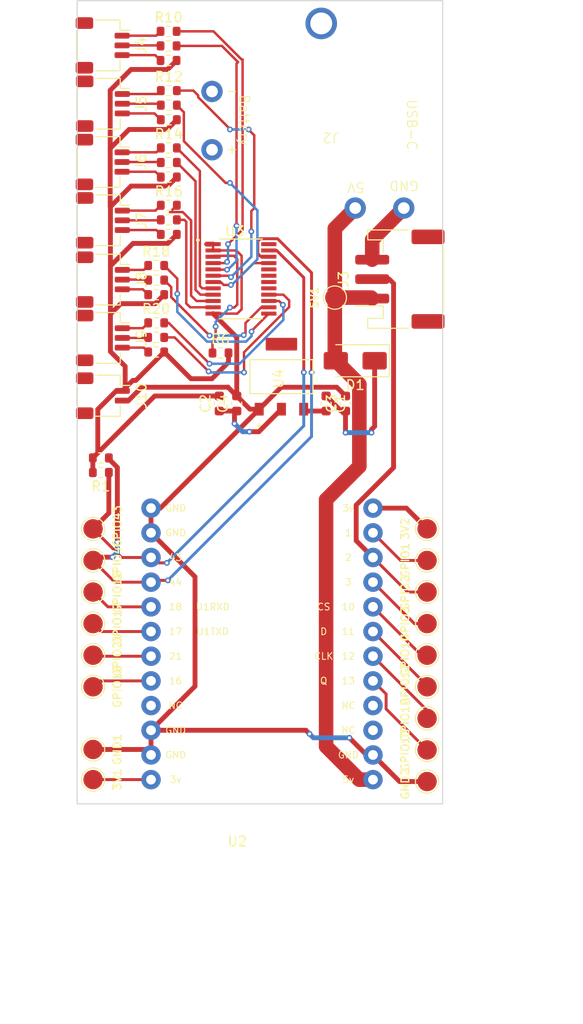
<source format=kicad_pcb>
(kicad_pcb (version 20240108) (generator "pcbnew") (generator_version "8.0")
  (layers (0 "F.Cu" signal) (31 "B.Cu" signal) (34 "B.Paste" user) (35 "F.Paste" user) (36 "B.SilkS" user "B.Silkscreen") (37 "F.SilkS" user "F.Silkscreen") (38 "B.Mask" user) (39 "F.Mask" user) (44 "Edge.Cuts" user))
  (net 0 "")
  (net 1 "Net-(U4-VIN)")
  (net 2 "Net-(D1-K)")
  (net 3 "Net-(U4-VOUT)")
  (net 4 "/+3.3V")
  (net 5 "/GND")
  (net 6 "/+5V")
  (net 7 "Net-(J4-Pin_1)")
  (net 8 "Net-(J4-Pin_2)")
  (net 9 "Net-(J4-Pin_3)")
  (net 10 "Net-(J5-Pin_1)")
  (net 11 "Net-(J5-Pin_2)")
  (net 12 "Net-(J6-Pin_2)")
  (net 13 "Net-(J6-Pin_3)")
  (net 14 "Net-(J6-Pin_1)")
  (net 15 "Net-(J7-Pin_1)")
  (net 16 "Net-(J7-Pin_2)")
  (net 17 "Net-(J8-Pin_3)")
  (net 18 "Net-(J8-Pin_1)")
  (net 19 "Net-(J8-Pin_2)")
  (net 20 "Net-(J9-Pin_2)")
  (net 21 "Net-(J9-Pin_1)")
  (net 22 "/SDA")
  (net 23 "/SCL")
  (net 24 "Net-(U2-10)")
  (net 25 "Net-(U3-SD0)")
  (net 26 "Net-(U3-SC0)")
  (net 27 "Net-(U3-SD1)")
  (net 28 "Net-(U3-SC1)")
  (net 29 "Net-(U3-SD2)")
  (net 30 "Net-(U3-SC2)")
  (net 31 "Net-(U3-SD3)")
  (net 32 "Net-(U3-SC3)")
  (net 33 "Net-(U3-SD4)")
  (net 34 "Net-(U3-SC4)")
  (net 35 "Net-(U3-SD5)")
  (net 36 "Net-(U3-SC5)")
  (net 37 "Net-(U2-1)")
  (net 38 "Net-(U2-3)")
  (net 39 "Net-(U2-18)")
  (net 40 "Net-(U2-17)")
  (net 41 "Net-(U2-21)")
  (net 42 "Net-(U2-16)")
  (net 50 "Net-(3V1-Pad1)")
  (net 51 "Net-(3V2-Pad1)")
  (net 52 "Net-(J3-Pin_2)")
  (footprint "Connector_JST:JST_SH_SM02B-SRSS-TB_1x02-1MP_P1.00mm_Horizontal" (layer "F.Cu") (at 138.3125 100.2 -90)
    (property "Reference" "J10")
    (property "Value" "Conn_01x02")
  )
  (footprint "TestPoint:TestPoint_Pad_D2.0mm" (layer "F.Cu") (at 137.3 117.15)
    (property "Reference" "GPIO44")
    (property "Value" "TestPoint")
  )
  (footprint "Resistor_SMD:R_0603_1608Metric" (layer "F.Cu") (at 145.1 82.1)
    (property "Reference" "R17" (hide yes))
    (property "Value" "100Ω")
  )
  (footprint "Resistor_SMD:R_0603_1608Metric" (layer "F.Cu") (at 145.075 64.2)
    (property "Reference" "R11" (hide yes))
    (property "Value" "100Ω")
  )
  (footprint "Resistor_SMD:R_0603_1608Metric" (layer "F.Cu") (at 145.1 76.2)
    (property "Reference" "R15" (hide yes))
    (property "Value" "100Ω")
  )
  (footprint "Capacitor_SMD:C_0603_1608Metric" (layer "F.Cu") (at 150.3 101 90)
    (property "Reference" "C2")
    (property "Value" "22µF")
  )
  (footprint "Connector_JST:JST_SH_SM03B-SRSS-TB_1x03-1MP_P1.00mm_Horizontal" (layer "F.Cu") (at 138.2875 64.15 -90)
    (property "Reference" "J4")
    (property "Value" "Conn_01x03")
  )
  (footprint "Resistor_SMD:R_0603_1608Metric" (layer "F.Cu") (at 138.1 106.6 180)
    (property "Reference" "R2" (hide yes))
    (property "Value" "4.7kΩ")
  )
  (footprint "TestPoint:TestPoint_Pad_D2.0mm" (layer "F.Cu") (at 137.3 139.7)
    (property "Reference" "3V1")
    (property "Value" "TestPoint")
  )
  (footprint "Resistor_SMD:R_0603_1608Metric" (layer "F.Cu") (at 143.8 88.3)
    (property "Reference" "R19" (hide yes))
    (property "Value" "100Ω")
  )
  (footprint "Resistor_SMD:R_0603_1608Metric" (layer "F.Cu") (at 145.075 65.7 180)
    (property "Reference" "R3" (hide yes))
    (property "Value" "10kΩ")
  )
  (footprint "Resistor_SMD:R_0603_1608Metric" (layer "F.Cu") (at 145.1 68.8)
    (property "Reference" "R12")
    (property "Value" "100Ω")
  )
  (footprint "TestPoint:TestPoint_Pad_D2.0mm" (layer "F.Cu") (at 171.7 120.4)
    (property "Reference" "GPIO2")
    (property "Value" "TestPoint")
  )
  (footprint "TestPoint:TestPoint_Pad_D2.0mm" (layer "F.Cu") (at 137.3 123.65)
    (property "Reference" "GPIO17")
    (property "Value" "TestPoint")
  )
  (footprint "Resistor_SMD:R_0603_1608Metric" (layer "F.Cu") (at 145.1 80.6)
    (property "Reference" "R16")
    (property "Value" "100Ω")
  )
  (footprint "Capacitor_SMD:C_0603_1608Metric" (layer "F.Cu") (at 161.3 101 -90)
    (property "Reference" "C1")
    (property "Value" "10µF")
  )
  (footprint "TestPoint:TestPoint_Pad_D2.0mm" (layer "F.Cu") (at 171.7 133.4)
    (property "Reference" "TPIO12")
    (property "Value" "TestPoint")
  )
  (footprint "Resistor_SMD:R_0603_1608Metric" (layer "F.Cu") (at 145.1 83.6 180)
    (property "Reference" "R7" (hide yes))
    (property "Value" "10kΩ")
  )
  (footprint "Library:T-Display-S3" (layer "F.Cu") (at 166.130932 144.785)
    (property "Reference" "U2")
    (property "Value" "T-Display-S3")
  )
  (footprint "Connector_JST:JST_SH_SM03B-SRSS-TB_1x03-1MP_P1.00mm_Horizontal" (layer "F.Cu") (at 138.2875 76.15 -90)
    (property "Reference" "J6")
    (property "Value" "Conn_01x03")
  )
  (footprint "Resistor_SMD:R_0603_1608Metric" (layer "F.Cu") (at 143.8 94.2)
    (property "Reference" "R21" (hide yes))
    (property "Value" "100Ω")
  )
  (footprint "Resistor_SMD:R_0603_1608Metric" (layer "F.Cu") (at 145.1 71.8 180)
    (property "Reference" "R4" (hide yes))
    (property "Value" "10kΩ")
  )
  (footprint "Resistor_SMD:R_0603_1608Metric" (layer "F.Cu") (at 145.1 77.7 180)
    (property "Reference" "R5" (hide yes))
    (property "Value" "10kΩ")
  )
  (footprint "Resistor_SMD:R_0603_1608Metric" (layer "F.Cu") (at 138.1 108.1 180)
    (property "Reference" "R1")
    (property "Value" "4.7kΩ")
  )
  (footprint "TestPoint:TestPoint_Pad_D2.0mm" (layer "F.Cu") (at 137.3 136.6)
    (property "Reference" "GND1")
    (property "Value" "TestPoint")
  )
  (footprint "TestPoint:TestPoint_Pad_D2.0mm" (layer "F.Cu") (at 171.7 117.15)
    (property "Reference" "GPIO1")
    (property "Value" "TestPoint")
  )
  (footprint "Diode_SMD:D_SMA" (layer "F.Cu") (at 164.3 96.6 180)
    (property "Reference" "D1")
    (property "Value" "D_Schottky")
  )
  (footprint "TestPoint:TestPoint_Pad_D2.0mm" (layer "F.Cu") (at 162.2 90.1)
    (property "Reference" "5V1")
    (property "Value" "TestPoint")
  )
  (footprint "Connector_JST:JST_SH_SM03B-SRSS-TB_1x03-1MP_P1.00mm_Horizontal" (layer "F.Cu") (at 138.3125 70.15 -90)
    (property "Reference" "J5")
    (property "Value" "Conn_01x03")
  )
  (footprint "TestPoint:TestPoint_Pad_D2.0mm" (layer "F.Cu") (at 171.7 113.9)
    (property "Reference" "3V2")
    (property "Value" "TestPoint")
  )
  (footprint "TestPoint:TestPoint_Pad_D2.0mm" (layer "F.Cu") (at 171.7 136.65)
    (property "Reference" "GPIO13")
    (property "Value" "TestPoint")
  )
  (footprint "Resistor_SMD:R_0603_1608Metric" (layer "F.Cu") (at 145.1 74.7)
    (property "Reference" "R14")
    (property "Value" "100Ω")
  )
  (footprint "Resistor_SMD:R_0603_1608Metric" (layer "F.Cu") (at 143.8 86.8)
    (property "Reference" "R18")
    (property "Value" "100Ω")
  )
  (footprint "TestPoint:TestPoint_Pad_D2.0mm" (layer "F.Cu") (at 171.7 123.65)
    (property "Reference" "GPIO3")
    (property "Value" "TestPoint")
  )
  (footprint "TestPoint:TestPoint_Pad_D2.0mm" (layer "F.Cu") (at 137.3 130.15)
    (property "Reference" "GPIO16")
    (property "Value" "TestPoint")
  )
  (footprint "Resistor_SMD:R_0603_1608Metric" (layer "F.Cu") (at 145.1 70.3)
    (property "Reference" "R13" (hide yes))
    (property "Value" "100Ω")
  )
  (footprint "TestPoint:TestPoint_Pad_D2.0mm" (layer "F.Cu") (at 137.3 126.9)
    (property "Reference" "GPIO21")
    (property "Value" "TestPoint")
  )
  (footprint "TestPoint:TestPoint_Pad_D2.0mm" (layer "F.Cu") (at 171.7 126.9)
    (property "Reference" "GPIO10")
    (property "Value" "TestPoint")
  )
  (footprint "AMS1117-3.3:SOT229P700X180-4N" (layer "F.Cu") (at 156.7 98.2375 90)
    (property "Reference" "U4")
    (property "Value" "AMS1117-3.3")
  )
  (footprint "Resistor_SMD:R_0603_1608Metric" (layer "F.Cu") (at 150.425 95.8)
    (property "Reference" "R6")
    (property "Value" "10kΩ")
  )
  (footprint "Library:USBC_Power_Module" (layer "F.Cu") (at 173.3 81.8875 180)
    (property "Reference" "J2")
    (property "Value" "~")
  )
  (footprint "Connector_JST:JST_SH_SM03B-SRSS-TB_1x03-1MP_P1.00mm_Horizontal" (layer "F.Cu") (at 138.3125 88.25 -90)
    (property "Reference" "J8")
    (property "Value" "Conn_01x03")
  )
  (footprint "TestPoint:TestPoint_Pad_D2.0mm" (layer "F.Cu") (at 171.7 139.9)
    (property "Reference" "GND2")
    (property "Value" "TestPoint")
  )
  (footprint "Connector_JST:JST_SH_SM03B-SRSS-TB_1x03-1MP_P1.00mm_Horizontal" (layer "F.Cu") (at 138.3125 94.25 -90)
    (property "Reference" "J9")
    (property "Value" "Conn_01x03")
  )
  (footprint "TCA9548:SOP65P640X120-24N" (layer "F.Cu") (at 152.5325 88.175)
    (property "Reference" "U3")
    (property "Value" "TCA9548APWR")
  )
  (footprint "TestPoint:TestPoint_Pad_D2.0mm" (layer "F.Cu") (at 171.7 130.15)
    (property "Reference" "GPIO12")
    (property "Value" "TestPoint")
  )
  (footprint "TestPoint:TestPoint_Pad_D2.0mm" (layer "F.Cu") (at 137.3 113.9)
    (property "Reference" "GPIO43")
    (property "Value" "TestPoint")
  )
  (footprint "Resistor_SMD:R_0603_1608Metric" (layer "F.Cu") (at 143.8 92.7)
    (property "Reference" "R20")
    (property "Value" "100Ω")
  )
  (footprint "Resistor_SMD:R_0603_1608Metric" (layer "F.Cu") (at 145.075 62.7)
    (property "Reference" "R10")
    (property "Value" "100Ω")
  )
  (footprint "Capacitor_SMD:C_0603_1608Metric" (layer "F.Cu") (at 163.3 101 90)
    (property "Reference" "C3")
    (property "Value" "0.1µF")
  )
  (footprint "Resistor_SMD:R_0603_1608Metric" (layer "F.Cu") (at 143.8 89.8 180)
    (property "Reference" "R8" (hide yes))
    (property "Value" "10kΩ")
  )
  (footprint "Connector_JST:JST_PH_S3B-PH-SM4-TB_1x03-1MP_P2.00mm_Horizontal" (layer "F.Cu") (at 168.9 88.2 90)
    (property "Reference" "J3")
    (property "Value" "LED_Strip")
  )
  (footprint "Connector_JST:JST_SH_SM03B-SRSS-TB_1x03-1MP_P1.00mm_Horizontal" (layer "F.Cu") (at 138.3125 82.15 -90)
    (property "Reference" "J7")
    (property "Value" "Conn_01x03")
  )
  (footprint "TestPoint:TestPoint_Pad_D2.0mm" (layer "F.Cu") (at 137.3 120.4)
    (property "Reference" "GPIO18")
    (property "Value" "TestPoint")
  )
  (footprint "Capacitor_SMD:C_0603_1608Metric" (layer "F.Cu") (at 152.1 101 90)
    (property "Reference" "C4")
    (property "Value" "0.1µF")
  )
  (footprint "Resistor_SMD:R_0603_1608Metric" (layer "F.Cu") (at 143.8 95.7 180)
    (property "Reference" "R9" (hide yes))
    (property "Value" "10kΩ")
  )
  (gr_rect (start 135.6625 59.55) (end 173.3125 142.2) (stroke (width 0.1)) (fill none) (layer "Edge.Cuts"))
  (segment (start 161.3 101.775) (end 159.1825 101.775) (width 0.5) (layer "F.Cu") (net 1))
  (segment (start 159.1825 101.775) (end 158.99 101.5825) (width 0.5) (layer "F.Cu") (net 1))
  (segment (start 163.3 101.775) (end 162.85 101.775) (width 0.5) (layer "F.Cu") (net 2))
  (segment (start 165.975 104) (end 165.975 103.675) (width 0.5) (layer "F.Cu") (net 2))
  (segment (start 163.3 101.775) (end 163.3 104) (width 0.5) (layer "F.Cu") (net 2))
  (segment (start 165.975 103.675) (end 166.3 103.35) (width 0.5) (layer "F.Cu") (net 2))
  (segment (start 166.3 103.35) (end 166.3 96.6) (width 0.5) (layer "F.Cu") (net 2))
  (segment (start 162.85 101.775) (end 161.3 100.225) (width 0.5) (layer "F.Cu") (net 2))
  (via (at 163.3 104) (size 0.6) (drill 0.3) (layers "F.Cu" "B.Cu") (net 2))
  (via (at 165.975 104) (size 0.6) (drill 0.3) (layers "F.Cu" "B.Cu") (net 2))
  (segment (start 163.3 104) (end 165.975 104) (width 0.5) (layer "B.Cu") (net 2))
  (segment (start 154.3825 103.9) (end 153.4 103.9) (width 0.5) (layer "F.Cu") (net 3))
  (segment (start 151.865919 103.065919) (end 151.865919 102.009081) (width 0.5) (layer "F.Cu") (net 3))
  (segment (start 156.7 101.5825) (end 154.3825 103.9) (width 0.5) (layer "F.Cu") (net 3))
  (segment (start 151.865919 102.009081) (end 152.1 101.775) (width 0.5) (layer "F.Cu") (net 3))
  (segment (start 150.3 101.775) (end 152.1 101.775) (width 0.5) (layer "F.Cu") (net 3))
  (via (at 151.865919 103.065919) (size 0.6) (drill 0.3) (layers "F.Cu" "B.Cu") (net 3))
  (via (at 153.4 103.9) (size 0.6) (drill 0.3) (layers "F.Cu" "B.Cu") (net 3))
  (segment (start 153.4 103.9) (end 152.7 103.9) (width 0.5) (layer "B.Cu") (net 3))
  (segment (start 152.7 103.9) (end 151.865919 103.065919) (width 0.5) (layer "B.Cu") (net 3))
  (segment (start 140.3125 99.7) (end 140.60625 99.40625) (width 0.5) (layer "F.Cu") (net 4))
  (segment (start 137.7875 101.597316) (end 137.7875 106.0875) (width 0.5) (layer "F.Cu") (net 4))
  (segment (start 141.209816 66.625) (end 144.975 66.625) (width 0.5) (layer "F.Cu") (net 4))
  (segment (start 141.3875 98.625) (end 141.7 98.625) (width 0.5) (layer "F.Cu") (net 4))
  (segment (start 140.159816 90.725) (end 140.159816 90.727684) (width 0.5) (layer "F.Cu") (net 4))
  (segment (start 139.0875 89.652684) (end 139.0875 86.847316) (width 0.5) (layer "F.Cu") (net 4))
  (segment (start 151.25 96.75) (end 151.25 95.8) (width 0.5) (layer "F.Cu") (net 4))
  (segment (start 143.65 100.225) (end 150.3 100.225) (width 0.5) (layer "F.Cu") (net 4))
  (segment (start 141.7 98.625) (end 144.625 95.7) (width 0.5) (layer "F.Cu") (net 4))
  (segment (start 139.0875 95.652684) (end 139.0875 91.8) (width 0.5) (layer "F.Cu") (net 4))
  (segment (start 137.275 106.6) (end 137.275 108.1) (width 0.5) (layer "F.Cu") (net 4))
  (segment (start 137.7875 106.0875) (end 143.65 100.225) (width 0.5) (layer "F.Cu") (net 4))
  (segment (start 145 84.525) (end 145.925 83.6) (width 0.5) (layer "F.Cu") (net 4))
  (segment (start 141.209816 78.625) (end 145 78.625) (width 0.5) (layer "F.Cu") (net 4))
  (segment (start 140.159816 90.727684) (end 139.0875 91.8) (width 0.5) (layer "F.Cu") (net 4))
  (segment (start 144.625 89.8) (end 143.7 90.725) (width 0.5) (layer "F.Cu") (net 4))
  (segment (start 139.0625 74.747316) (end 139.0625 68.772316) (width 0.5) (layer "F.Cu") (net 4))
  (segment (start 140.3125 99.7) (end 139.684816 99.7) (width 0.5) (layer "F.Cu") (net 4))
  (segment (start 139.0625 80.722316) (end 139.0625 74.747316) (width 0.5) (layer "F.Cu") (net 4))
  (segment (start 137.7875 106.0875) (end 137.275 106.6) (width 0.5) (layer "F.Cu") (net 4))
  (segment (start 144.625 95.7) (end 147.375 98.45) (width 0.5) (layer "F.Cu") (net 4))
  (segment (start 141.009816 72.8) (end 144.925 72.8) (width 0.5) (layer "F.Cu") (net 4))
  (segment (start 140.60625 99.40625) (end 140.60625 97.171434) (width 0.5) (layer "F.Cu") (net 4))
  (segment (start 139.0625 68.772316) (end 141.209816 66.625) (width 0.5) (layer "F.Cu") (net 4))
  (segment (start 139.0625 74.747316) (end 141.009816 72.8) (width 0.5) (layer "F.Cu") (net 4))
  (segment (start 144.925 72.8) (end 145.925 71.8) (width 0.5) (layer "F.Cu") (net 4))
  (segment (start 147.375 98.45) (end 149.55 98.45) (width 0.5) (layer "F.Cu") (net 4))
  (segment (start 140.60625 99.40625) (end 141.3875 98.625) (width 0.5) (layer "F.Cu") (net 4))
  (segment (start 139.0875 91.8) (end 139.0875 89.652684) (width 0.5) (layer "F.Cu") (net 4))
  (segment (start 139.0875 80.747316) (end 139.0625 80.722316) (width 0.5) (layer "F.Cu") (net 4))
  (segment (start 139.684816 99.7) (end 137.7875 101.597316) (width 0.5) (layer "F.Cu") (net 4))
  (segment (start 143.7 90.725) (end 140.159816 90.725) (width 0.5) (layer "F.Cu") (net 4))
  (segment (start 145 78.625) (end 145.925 77.7) (width 0.5) (layer "F.Cu") (net 4))
  (segment (start 139.0875 86.847316) (end 141.409816 84.525) (width 0.5) (layer "F.Cu") (net 4))
  (segment (start 144.975 66.625) (end 145.9 65.7) (width 0.5) (layer "F.Cu") (net 4))
  (segment (start 139.0875 86.847316) (end 139.0875 80.747316) (width 0.5) (layer "F.Cu") (net 4))
  (segment (start 141.409816 84.525) (end 145 84.525) (width 0.5) (layer "F.Cu") (net 4))
  (segment (start 139.0875 80.747316) (end 141.209816 78.625) (width 0.5) (layer "F.Cu") (net 4))
  (segment (start 149.55 98.45) (end 151.25 96.75) (width 0.5) (layer "F.Cu") (net 4))
  (segment (start 140.60625 97.171434) (end 139.0875 95.652684) (width 0.5) (layer "F.Cu") (net 4))
  (segment (start 147.8 130.094068) (end 147.8 118.835932) (width 0.5) (layer "F.Cu") (net 5))
  (segment (start 152.1 100.225) (end 151.2 99.325) (width 0.5) (layer "F.Cu") (net 5))
  (segment (start 154.41 101.5825) (end 153.4575 101.5825) (width 0.5) (layer "F.Cu") (net 5))
  (segment (start 152.1 94.1925) (end 149.6625 91.755) (width 0.5) (layer "F.Cu") (net 5))
  (segment (start 149 84.6) (end 149.6625 84.6) (width 0.5) (layer "F.Cu") (net 5))
  (segment (start 171.7 139.9) (end 168.865932 139.9) (width 0.5) (layer "F.Cu") (net 5))
  (segment (start 153.4575 101.5825) (end 152.1 100.225) (width 0.5) (layer "F.Cu") (net 5))
  (segment (start 147.8 118.835932) (end 143.269068 114.305) (width 0.5) (layer "F.Cu") (net 5))
  (segment (start 151.2 99.325) (end 142.315184 99.325) (width 0.5) (layer "F.Cu") (net 5))
  (segment (start 143.269068 137.165) (end 143.269068 134.625) (width 0.5) (layer "F.Cu") (net 5))
  (segment (start 152.1 100.225) (end 152.1 94.2) (width 0.5) (layer "F.Cu") (net 5))
  (segment (start 152.1 85.3) (end 152 85.3) (width 0.25) (layer "F.Cu") (net 5))
  (segment (start 144.2275 111.765) (end 154.41 101.5825) (width 0.5) (layer "F.Cu") (net 5))
  (segment (start 153.85 86.55) (end 155.4025 86.55) (width 0.25) (layer "F.Cu") (net 5))
  (segment (start 149.6625 85.25) (end 149.6625 84.6) (width 0.25) (layer "F.Cu") (net 5))
  (segment (start 165.465 137.165) (end 163.7 135.4) (width 0.5) (layer "F.Cu") (net 5))
  (segment (start 168.865932 139.9) (end 166.130932 137.165) (width 0.5) (layer "F.Cu") (net 5))
  (segment (start 152 85.3) (end 151.95 85.25) (width 0.25) (layer "F.Cu") (net 5))
  (segment (start 163.3 100.225) (end 162.4 99.325) (width 0.5) (layer "F.Cu") (net 5))
  (segment (start 143.269068 114.305) (end 143.269068 111.765) (width 0.5) (layer "F.Cu") (net 5))
  (segment (start 152.6 87.8) (end 152.6 85.8) (width 0.25) (layer "F.Cu") (net 5))
  (segment (start 159.225 134.625) (end 143.269068 134.625) (width 0.5) (layer "F.Cu") (net 5))
  (segment (start 166.130932 137.165) (end 165.465 137.165) (width 0.5) (layer "F.Cu") (net 5))
  (segment (start 142.315184 99.325) (end 140.940184 100.7) (width 0.5) (layer "F.Cu") (net 5))
  (segment (start 143.269068 134.625) (end 147.8 130.094068) (width 0.5) (layer "F.Cu") (net 5))
  (segment (start 151.2 99.325) (end 151.2 99.3) (width 0.5) (layer "F.Cu") (net 5))
  (segment (start 137.3 136.6) (end 142.704068 136.6) (width 0.5) (layer "F.Cu") (net 5))
  (segment (start 140.940184 100.7) (end 140.3125 100.7) (width 0.5) (layer "F.Cu") (net 5))
  (segment (start 152.1 94.2) (end 152.1 94.1925) (width 0.5) (layer "F.Cu") (net 5))
  (segment (start 152.6 91.3) (end 152.6 87.8) (width 0.25) (layer "F.Cu") (net 5))
  (segment (start 142.704068 136.6) (end 143.269068 137.165) (width 0.5) (layer "F.Cu") (net 5))
  (segment (start 152.6 85.8) (end 152.1 85.3) (width 0.25) (layer "F.Cu") (net 5))
  (segment (start 169.3 80.8875) (end 166.05 84.1375) (width 1.5) (layer "F.Cu") (net 5))
  (segment (start 149.6625 91.75) (end 152.15 91.75) (width 0.25) (layer "F.Cu") (net 5))
  (segment (start 152.6 87.8) (end 153.85 86.55) (width 0.25) (layer "F.Cu") (net 5))
  (segment (start 151.95 85.25) (end 149.6625 85.25) (width 0.25) (layer "F.Cu") (net 5))
  (segment (start 166.05 84.1375) (end 166.05 86.2) (width 1.5) (layer "F.Cu") (net 5))
  (segment (start 156.6675 99.325) (end 154.41 101.5825) (width 0.5) (layer "F.Cu") (net 5))
  (segment (start 159.6 135) (end 159.225 134.625) (width 0.5) (layer "F.Cu") (net 5))
  (segment (start 143.269068 111.765) (end 144.2275 111.765) (width 0.5) (layer "F.Cu") (net 5))
  (segment (start 162.4 99.325) (end 156.6675 99.325) (width 0.5) (layer "F.Cu") (net 5))
  (segment (start 152.15 91.75) (end 152.6 91.3) (width 0.25) (layer "F.Cu") (net 5))
  (via (at 163.7 135.4) (size 0.6) (drill 0.3) (layers "F.Cu" "B.Cu") (net 5))
  (via (at 159.6 135) (size 0.6) (drill 0.3) (layers "F.Cu" "B.Cu") (net 5))
  (segment (start 163.7 135.4) (end 160 135.4) (width 0.5) (layer "B.Cu") (net 5))
  (segment (start 160 135.4) (end 159.6 135) (width 0.5) (layer "B.Cu") (net 5))
  (segment (start 164.725 107.475) (end 161.3 110.9) (width 1.5) (layer "F.Cu") (net 6))
  (segment (start 164.3 80.8875) (end 162.2 82.9875) (width 1.5) (layer "F.Cu") (net 6))
  (segment (start 162.2 82.9875) (end 162.2 90.1) (width 1.5) (layer "F.Cu") (net 6))
  (segment (start 164.725 99.025) (end 164.725 107.475) (width 1.5) (layer "F.Cu") (net 6))
  (segment (start 165.95 90.1) (end 166.05 90.2) (width 1.5) (layer "F.Cu") (net 6))
  (segment (start 162.2 90.1) (end 162.2 96.5) (width 1.5) (layer "F.Cu") (net 6))
  (segment (start 162.3 96.6) (end 164.725 99.025) (width 1.5) (layer "F.Cu") (net 6))
  (segment (start 161.3 110.9) (end 161.3 136.288281) (width 1.5) (layer "F.Cu") (net 6))
  (segment (start 161.3 136.288281) (end 164.716719 139.705) (width 1.5) (layer "F.Cu") (net 6))
  (segment (start 162.2 96.5) (end 162.3 96.6) (width 1.5) (layer "F.Cu") (net 6))
  (segment (start 162.2 90.1) (end 165.95 90.1) (width 1.5) (layer "F.Cu") (net 6))
  (segment (start 164.716719 139.705) (end 166.130932 139.705) (width 1.5) (layer "F.Cu") (net 6))
  (segment (start 143.8 63.15) (end 144.25 62.7) (width 0.25) (layer "F.Cu") (net 7))
  (segment (start 140.2875 63.15) (end 143.8 63.15) (width 0.25) (layer "F.Cu") (net 7))
  (segment (start 140.2875 64.15) (end 144.2 64.15) (width 0.25) (layer "F.Cu") (net 8))
  (segment (start 144.2 64.15) (end 144.25 64.2) (width 0.25) (layer "F.Cu") (net 8))
  (segment (start 143.625 71.15) (end 144.275 71.8) (width 0.25) (layer "F.Cu") (net 9))
  (segment (start 140.3125 71.15) (end 143.625 71.15) (width 0.25) (layer "F.Cu") (net 9))
  (segment (start 140.2875 65.15) (end 143.7 65.15) (width 0.25) (layer "F.Cu") (net 9))
  (segment (start 143.7 65.15) (end 144.25 65.7) (width 0.25) (layer "F.Cu") (net 9))
  (segment (start 171.7 130.034068) (end 171.7 130.15) (width 0.3) (layer "F.Cu") (net 9))
  (segment (start 166.130932 124.465) (end 171.7 130.034068) (width 0.3) (layer "F.Cu") (net 9))
  (segment (start 143.925 69.15) (end 144.275 68.8) (width 0.25) (layer "F.Cu") (net 10))
  (segment (start 140.3125 69.15) (end 143.925 69.15) (width 0.25) (layer "F.Cu") (net 10))
  (segment (start 144.125 70.15) (end 144.275 70.3) (width 0.25) (layer "F.Cu") (net 11))
  (segment (start 140.3125 70.15) (end 144.125 70.15) (width 0.25) (layer "F.Cu") (net 11))
  (segment (start 140.2875 76.15) (end 144.225 76.15) (width 0.25) (layer "F.Cu") (net 12))
  (segment (start 144.225 76.15) (end 144.275 76.2) (width 0.25) (layer "F.Cu") (net 12))
  (segment (start 143.725 77.15) (end 144.275 77.7) (width 0.25) (layer "F.Cu") (net 13))
  (segment (start 171.7 132.574068) (end 171.7 133.4) (width 0.3) (layer "F.Cu") (net 13))
  (segment (start 143.825 83.15) (end 144.275 83.6) (width 0.25) (layer "F.Cu") (net 13))
  (segment (start 166.130932 127.005) (end 171.7 132.574068) (width 0.3) (layer "F.Cu") (net 13))
  (segment (start 140.3125 83.15) (end 143.825 83.15) (width 0.25) (layer "F.Cu") (net 13))
  (segment (start 140.2875 77.15) (end 143.725 77.15) (width 0.25) (layer "F.Cu") (net 13))
  (segment (start 140.2875 75.15) (end 143.825 75.15) (width 0.25) (layer "F.Cu") (net 14))
  (segment (start 143.825 75.15) (end 144.275 74.7) (width 0.25) (layer "F.Cu") (net 14))
  (segment (start 140.3125 81.15) (end 143.725 81.15) (width 0.25) (layer "F.Cu") (net 15))
  (segment (start 143.725 81.15) (end 144.275 80.6) (width 0.25) (layer "F.Cu") (net 15))
  (segment (start 144.225 82.15) (end 144.275 82.1) (width 0.25) (layer "F.Cu") (net 16))
  (segment (start 140.3125 82.15) (end 144.225 82.15) (width 0.25) (layer "F.Cu") (net 16))
  (segment (start 167.480932 130.895) (end 167.480932 132.430932) (width 0.3) (layer "F.Cu") (net 17))
  (segment (start 166.130932 129.545) (end 167.480932 130.895) (width 0.3) (layer "F.Cu") (net 17))
  (segment (start 140.3125 95.25) (end 142.525 95.25) (width 0.25) (layer "F.Cu") (net 17))
  (segment (start 167.480932 132.430932) (end 171.7 136.65) (width 0.3) (layer "F.Cu") (net 17))
  (segment (start 140.3125 89.25) (end 142.425 89.25) (width 0.25) (layer "F.Cu") (net 17))
  (segment (start 142.425 89.25) (end 142.975 89.8) (width 0.25) (layer "F.Cu") (net 17))
  (segment (start 142.525 95.25) (end 142.975 95.7) (width 0.25) (layer "F.Cu") (net 17))
  (segment (start 140.3125 87.25) (end 142.525 87.25) (width 0.25) (layer "F.Cu") (net 18))
  (segment (start 142.525 87.25) (end 142.975 86.8) (width 0.25) (layer "F.Cu") (net 18))
  (segment (start 140.3125 88.25) (end 142.925 88.25) (width 0.25) (layer "F.Cu") (net 19))
  (segment (start 142.925 88.25) (end 142.975 88.3) (width 0.25) (layer "F.Cu") (net 19))
  (segment (start 142.925 94.25) (end 142.975 94.2) (width 0.25) (layer "F.Cu") (net 20))
  (segment (start 140.3125 94.25) (end 142.925 94.25) (width 0.25) (layer "F.Cu") (net 20))
  (segment (start 140.3125 93.25) (end 142.425 93.25) (width 0.25) (layer "F.Cu") (net 21))
  (segment (start 142.425 93.25) (end 142.975 92.7) (width 0.25) (layer "F.Cu") (net 21))
  (segment (start 143.269068 116.845) (end 140.245 116.845) (width 0.3) (layer "F.Cu") (net 22))
  (segment (start 156.208874 85.25) (end 159 88.041126) (width 0.3) (layer "F.Cu") (net 22))
  (segment (start 144.9 117.4) (end 143.824068 117.4) (width 0.3) (layer "F.Cu") (net 22))
  (segment (start 143.824068 117.4) (end 143.269068 116.845) (width 0.3) (layer "F.Cu") (net 22))
  (segment (start 138.925 108.1) (end 138.925 112.275) (width 0.5) (layer "F.Cu") (net 22))
  (segment (start 140.245 116.845) (end 137.3 113.9) (width 0.3) (layer "F.Cu") (net 22))
  (segment (start 155.4025 85.25) (end 156.208874 85.25) (width 0.3) (layer "F.Cu") (net 22))
  (segment (start 159 88.041126) (end 159 97.8) (width 0.3) (layer "F.Cu") (net 22))
  (segment (start 138.925 112.275) (end 137.3 113.9) (width 0.5) (layer "F.Cu") (net 22))
  (via (at 144.9 117.4) (size 0.6) (drill 0.3) (layers "F.Cu" "B.Cu") (net 22))
  (via (at 159 97.8) (size 0.6) (drill 0.3) (layers "F.Cu" "B.Cu") (net 22))
  (segment (start 159 97.8) (end 159 103.3) (width 0.3) (layer "B.Cu") (net 22))
  (segment (start 159 103.3) (end 144.9 117.4) (width 0.3) (layer "B.Cu") (net 22))
  (segment (start 138.925 106.70022) (end 139.8 107.57522) (width 0.5) (layer "F.Cu") (net 23))
  (segment (start 159.8 87.541126) (end 159.8 97.8) (width 0.3) (layer "F.Cu") (net 23))
  (segment (start 156.303874 84.045) (end 159.8 87.541126) (width 0.3) (layer "F.Cu") (net 23))
  (segment (start 154.501126 84.045) (end 156.303874 84.045) (width 0.3) (layer "F.Cu") (net 23))
  (segment (start 137.64038 116.80962) (end 137.3 117.15) (width 0.5) (layer "F.Cu") (net 23))
  (segment (start 138.925 106.6) (end 138.925 106.70022) (width 0.5) (layer "F.Cu") (net 23))
  (segment (start 145 119.2) (end 143.454068 119.2) (width 0.3) (layer "F.Cu") (net 23))
  (segment (start 155.4025 85.9) (end 154.596126 85.9) (width 0.3) (layer "F.Cu") (net 23))
  (segment (start 154.2675 84.278626) (end 154.501126 84.045) (width 0.3) (layer "F.Cu") (net 23))
  (segment (start 143.269068 119.385) (end 139.535 119.385) (width 0.3) (layer "F.Cu") (net 23))
  (segment (start 154.2675 85.571374) (end 154.2675 84.278626) (width 0.3) (layer "F.Cu") (net 23))
  (segment (start 139.29038 116.80962) (end 137.64038 116.80962) (width 0.5) (layer "F.Cu") (net 23))
  (segment (start 154.596126 85.9) (end 154.2675 85.571374) (width 0.3) (layer "F.Cu") (net 23))
  (segment (start 139.535 119.385) (end 137.3 117.15) (width 0.3) (layer "F.Cu") (net 23))
  (segment (start 139.8 107.57522) (end 139.8 115.3) (width 0.5) (layer "F.Cu") (net 23))
  (segment (start 143.454068 119.2) (end 143.269068 119.385) (width 0.3) (layer "F.Cu") (net 23))
  (via (at 139.8 115.3) (size 0.6) (drill 0.3) (layers "F.Cu" "B.Cu") (net 23))
  (via (at 145 119.2) (size 0.6) (drill 0.3) (layers "F.Cu" "B.Cu") (net 23))
  (via (at 139.29038 116.80962) (size 0.6) (drill 0.3) (layers "F.Cu" "B.Cu") (net 23))
  (via (at 159.8 97.8) (size 0.6) (drill 0.3) (layers "F.Cu" "B.Cu") (net 23))
  (segment (start 139.8 116.3) (end 139.29038 116.80962) (width 0.5) (layer "B.Cu") (net 23))
  (segment (start 159.8 97.8) (end 159.8 104.4) (width 0.3) (layer "B.Cu") (net 23))
  (segment (start 139.8 115.3) (end 139.8 116.3) (width 0.5) (layer "B.Cu") (net 23))
  (segment (start 159.8 104.4) (end 145 119.2) (width 0.3) (layer "B.Cu") (net 23))
  (segment (start 149.6 94.6) (end 149.923419 94.276581) (width 0.25) (layer "F.Cu") (net 24))
  (segment (start 151.4 91.125) (end 151.85 91.125) (width 0.25) (layer "F.Cu") (net 24))
  (segment (start 151.85 91.125) (end 152.15 90.825) (width 0.25) (layer "F.Cu") (net 24))
  (segment (start 152.15 86.15) (end 151.9 85.9) (width 0.25) (layer "F.Cu") (net 24))
  (segment (start 171.105932 126.9) (end 171.7 126.9) (width 0.3) (layer "F.Cu") (net 24))
  (segment (start 166.130932 121.925) (end 171.105932 126.9) (width 0.3) (layer "F.Cu") (net 24))
  (segment (start 149.923419 94.276581) (end 149.923419 93.076581) (width 0.25) (layer "F.Cu") (net 24))
  (segment (start 152.15 90.825) (end 152.15 86.15) (width 0.25) (layer "F.Cu") (net 24))
  (segment (start 151.9 85.9) (end 151.9 85.8) (width 0.25) (layer "F.Cu") (net 24))
  (segment (start 149.7625 85.8) (end 149.6625 85.9) (width 0.25) (layer "F.Cu") (net 24))
  (segment (start 149.6 94.6) (end 149.6 95.8) (width 0.25) (layer "F.Cu") (net 24))
  (segment (start 151.9 85.8) (end 149.7625 85.8) (width 0.25) (layer "F.Cu") (net 24))
  (via (at 149.923419 93.076581) (size 0.6) (drill 0.3) (layers "F.Cu" "B.Cu") (net 24))
  (via (at 151.4 91.125) (size 0.6) (drill 0.3) (layers "F.Cu" "B.Cu") (net 24))
  (segment (start 149.923419 92.601581) (end 151.4 91.125) (width 0.25) (layer "B.Cu") (net 24))
  (segment (start 149.923419 93.076581) (end 149.923419 92.601581) (width 0.25) (layer "B.Cu") (net 24))
  (segment (start 151.2 84.6) (end 152.7 83.1) (width 0.25) (layer "F.Cu") (net 25))
  (segment (start 152.7 65.6) (end 152.6 65.6) (width 0.25) (layer "F.Cu") (net 25))
  (segment (start 149.7 62.7) (end 145.9 62.7) (width 0.25) (layer "F.Cu") (net 25))
  (segment (start 152.6 65.6) (end 149.7 62.7) (width 0.25) (layer "F.Cu") (net 25))
  (segment (start 151.1 86.425) (end 150.975 86.55) (width 0.25) (layer "F.Cu") (net 25))
  (segment (start 150.975 86.55) (end 149.6625 86.55) (width 0.25) (layer "F.Cu") (net 25))
  (segment (start 152.7 83.1) (end 152.7 65.6) (width 0.25) (layer "F.Cu") (net 25))
  (via (at 151.1 86.425) (size 0.6) (drill 0.3) (layers "F.Cu" "B.Cu") (net 25))
  (via (at 151.2 84.6) (size 0.6) (drill 0.3) (layers "F.Cu" "B.Cu") (net 25))
  (segment (start 151.2 84.6) (end 151.2 86.325) (width 0.25) (layer "B.Cu") (net 25))
  (segment (start 151.2 86.325) (end 151.1 86.425) (width 0.25) (layer "B.Cu") (net 25))
  (segment (start 149.687503 87.225003) (end 149.6625 87.2) (width 0.25) (layer "F.Cu") (net 26))
  (segment (start 150.563604 64.2) (end 152.231802 65.868198) (width 0.25) (layer "F.Cu") (net 26))
  (segment (start 152.075 66.025) (end 152.075 82.708058) (width 0.25) (layer "F.Cu") (net 26))
  (segment (start 151.1 87.225003) (end 149.687503 87.225003) (width 0.25) (layer "F.Cu") (net 26))
  (segment (start 152.231802 65.868198) (end 152.075 66.025) (width 0.25) (layer "F.Cu") (net 26))
  (segment (start 145.9 64.2) (end 150.563604 64.2) (width 0.25) (layer "F.Cu") (net 26))
  (via (at 152.075 82.708058) (size 0.6) (drill 0.3) (layers "F.Cu" "B.Cu") (net 26))
  (via (at 151.1 87.225003) (size 0.6) (drill 0.3) (layers "F.Cu" "B.Cu") (net 26))
  (segment (start 152.075 86.333884) (end 151.183881 87.225003) (width 0.25) (layer "B.Cu") (net 26))
  (segment (start 151.183881 87.225003) (end 151.1 87.225003) (width 0.25) (layer "B.Cu") (net 26))
  (segment (start 152.075 82.708058) (end 152.075 86.333884) (width 0.25) (layer "B.Cu") (net 26))
  (segment (start 148.125 69.3) (end 148.125 69.477755) (width 0.25) (layer "F.Cu") (net 27))
  (segment (start 151.4 72.752755) (end 151.4 72.8) (width 0.25) (layer "F.Cu") (net 27))
  (segment (start 153.9 80.9) (end 153.6 81.2) (width 0.25) (layer "F.Cu") (net 27))
  (segment (start 153.6 81.2) (end 153.6 83.3) (width 0.25) (layer "F.Cu") (net 27))
  (segment (start 151.5 88) (end 151.35 87.85) (width 0.25) (layer "F.Cu") (net 27))
  (segment (start 148.125 69.477755) (end 151.4 72.752755) (width 0.25) (layer "F.Cu") (net 27))
  (segment (start 147.625 68.8) (end 148.125 69.3) (width 0.25) (layer "F.Cu") (net 27))
  (segment (start 153.9 73.4) (end 153.9 80.9) (width 0.25) (layer "F.Cu") (net 27))
  (segment (start 153.325 72.8) (end 153.325 72.825) (width 0.25) (layer "F.Cu") (net 27))
  (segment (start 153.325 72.825) (end 153.9 73.4) (width 0.25) (layer "F.Cu") (net 27))
  (segment (start 151.35 87.85) (end 149.6625 87.85) (width 0.25) (layer "F.Cu") (net 27))
  (segment (start 145.925 68.8) (end 147.625 68.8) (width 0.25) (layer "F.Cu") (net 27))
  (via (at 151.4 72.8) (size 0.6) (drill 0.3) (layers "F.Cu" "B.Cu") (net 27))
  (via (at 151.5 88) (size 0.6) (drill 0.3) (layers "F.Cu" "B.Cu") (net 27))
  (via (at 153.6 83.3) (size 0.6) (drill 0.3) (layers "F.Cu" "B.Cu") (net 27))
  (via (at 153.325 72.8) (size 0.6) (drill 0.3) (layers "F.Cu" "B.Cu") (net 27))
  (segment (start 153.6 85.9) (end 153.208883 86.291117) (width 0.25) (layer "B.Cu") (net 27))
  (segment (start 153.208883 86.291117) (end 151.5 88) (width 0.25) (layer "B.Cu") (net 27))
  (segment (start 153.6 83.3) (end 153.6 85.9) (width 0.25) (layer "B.Cu") (net 27))
  (segment (start 153.224999 86.291117) (end 153.208883 86.291117) (width 0.25) (layer "B.Cu") (net 27))
  (segment (start 151.4 72.8) (end 153.325 72.8) (width 0.25) (layer "B.Cu") (net 27))
  (segment (start 150.447499 88.5) (end 149.6625 88.5) (width 0.25) (layer "F.Cu") (net 28))
  (segment (start 151.5 88.800003) (end 150.747502 88.800003) (width 0.25) (layer "F.Cu") (net 28))
  (segment (start 146.65 74.002755) (end 150.947245 78.3) (width 0.25) (layer "F.Cu") (net 28))
  (segment (start 150.747502 88.800003) (end 150.447499 88.5) (width 0.25) (layer "F.Cu") (net 28))
  (segment (start 146.65 71.025) (end 146.65 74.002755) (width 0.25) (layer "F.Cu") (net 28))
  (segment (start 145.925 70.3) (end 146.65 71.025) (width 0.25) (layer "F.Cu") (net 28))
  (segment (start 150.947245 78.3) (end 151.4 78.3) (width 0.25) (layer "F.Cu") (net 28))
  (via (at 151.5 88.800003) (size 0.6) (drill 0.3) (layers "F.Cu" "B.Cu") (net 28))
  (via (at 151.4 78.3) (size 0.6) (drill 0.3) (layers "F.Cu" "B.Cu") (net 28))
  (segment (start 151.4 78.3) (end 154.225 81.125) (width 0.25) (layer "B.Cu") (net 28))
  (segment (start 151.583881 88.800003) (end 151.5 88.800003) (width 0.25) (layer "B.Cu") (net 28))
  (segment (start 154.225 86.158884) (end 151.583881 88.800003) (width 0.25) (layer "B.Cu") (net 28))
  (segment (start 154.225 81.125) (end 154.225 86.158884) (width 0.25) (layer "B.Cu") (net 28))
  (segment (start 148.3 77.075) (end 145.925 74.7) (width 0.25) (layer "F.Cu") (net 29))
  (segment (start 148.55 89.15) (end 148.3 88.9) (width 0.25) (layer "F.Cu") (net 29))
  (segment (start 148.3 88.9) (end 148.3 77.075) (width 0.25) (layer "F.Cu") (net 29))
  (segment (start 149.6625 89.15) (end 148.55 89.15) (width 0.25) (layer "F.Cu") (net 29))
  (segment (start 148.35 89.8) (end 149.6625 89.8) (width 0.25) (layer "F.Cu") (net 30))
  (segment (start 147.85 78.125) (end 147.85 89.3) (width 0.25) (layer "F.Cu") (net 30))
  (segment (start 145.925 76.2) (end 147.85 78.125) (width 0.25) (layer "F.Cu") (net 30))
  (segment (start 147.85 89.3) (end 148.35 89.8) (width 0.25) (layer "F.Cu") (net 30))
  (segment (start 145.225 81.3) (end 146.536396 81.3) (width 0.25) (layer "F.Cu") (net 31))
  (segment (start 146.536396 81.3) (end 147.4 82.163604) (width 0.25) (layer "F.Cu") (net 31))
  (segment (start 145.925 80.6) (end 145.225 81.3) (width 0.25) (layer "F.Cu") (net 31))
  (segment (start 147.95 90.45) (end 149.6625 90.45) (width 0.25) (layer "F.Cu") (net 31))
  (segment (start 147.4 82.163604) (end 147.4 89.9) (width 0.25) (layer "F.Cu") (net 31))
  (segment (start 147.4 89.9) (end 147.95 90.45) (width 0.25) (layer "F.Cu") (net 31))
  (segment (start 145.925 82.1) (end 146.7 82.1) (width 0.25) (layer "F.Cu") (net 32))
  (segment (start 146.9 82.3) (end 146.9 90.7) (width 0.25) (layer "F.Cu") (net 32))
  (segment (start 146.9 90.7) (end 147.3 91.1) (width 0.25) (layer "F.Cu") (net 32))
  (segment (start 146.7 82.1) (end 146.9 82.3) (width 0.25) (layer "F.Cu") (net 32))
  (segment (start 147.3 91.1) (end 149.6625 91.1) (width 0.25) (layer "F.Cu") (net 32))
  (segment (start 153.625 93.5275) (end 155.4025 91.75) (width 0.25) (layer "F.Cu") (net 33))
  (segment (start 153.625 93.6) (end 153.625 93.5275) (width 0.25) (layer "F.Cu") (net 33))
  (segment (start 145.975 88.15) (end 145.975 89.712877) (width 0.25) (layer "F.Cu") (net 33))
  (segment (start 144.625 86.8) (end 145.975 88.15) (width 0.25) (layer "F.Cu") (net 33))
  (via (at 153.625 93.6) (size 0.6) (drill 0.3) (layers "F.Cu" "B.Cu") (net 33))
  (via (at 145.975 89.712877) (size 0.6) (drill 0.3) (layers "F.Cu" "B.Cu") (net 33))
  (segment (start 153.056576 94.633058) (end 153.625 94.064634) (width 0.25) (layer "B.Cu") (net 33))
  (segment (start 149.039535 94.633058) (end 153.056576 94.633058) (width 0.25) (layer "B.Cu") (net 33))
  (segment (start 153.625 94.064634) (end 153.625 93.6) (width 0.25) (layer "B.Cu") (net 33))
  (segment (start 145.975 89.712877) (end 145.975 91.568523) (width 0.25) (layer "B.Cu") (net 33))
  (segment (start 145.975 91.568523) (end 149.039535 94.633058) (width 0.25) (layer "B.Cu") (net 33))
  (segment (start 145.35 90.059639) (end 149.298419 94.008058) (width 0.25) (layer "F.Cu") (net 34))
  (segment (start 154.617501 91.1) (end 155.4025 91.1) (width 0.25) (layer "F.Cu") (net 34))
  (segment (start 153 92.717501) (end 154.617501 91.1) (width 0.25) (layer "F.Cu") (net 34))
  (segment (start 152.813738 93.962111) (end 153 93.775849) (width 0.25) (layer "F.Cu") (net 34))
  (segment (start 153 93.775849) (end 153 92.717501) (width 0.25) (layer "F.Cu") (net 34))
  (segment (start 144.625 88.3) (end 145.35 89.025) (width 0.25) (layer "F.Cu") (net 34))
  (segment (start 145.35 89.025) (end 145.35 90.059639) (width 0.25) (layer "F.Cu") (net 34))
  (via (at 152.813738 93.962111) (size 0.6) (drill 0.3) (layers "F.Cu" "B.Cu") (net 34))
  (via (at 149.298419 94.008058) (size 0.6) (drill 0.3) (layers "F.Cu" "B.Cu") (net 34))
  (segment (start 149.298419 94.008058) (end 152.767791 94.008058) (width 0.25) (layer "B.Cu") (net 34))
  (segment (start 152.767791 94.008058) (end 152.813738 93.962111) (width 0.25) (layer "B.Cu") (net 34))
  (segment (start 156.45 90.45) (end 155.4025 90.45) (width 0.25) (layer "F.Cu") (net 35))
  (segment (start 156.844817 90.844817) (end 156.45 90.45) (width 0.25) (layer "F.Cu") (net 35))
  (segment (start 145.086922 92.7) (end 149.292257 96.905335) (width 0.25) (layer "F.Cu") (net 35))
  (segment (start 144.625 92.7) (end 145.086922 92.7) (width 0.25) (layer "F.Cu") (net 35))
  (via (at 149.292257 96.905335) (size 0.6) (drill 0.3) (layers "F.Cu" "B.Cu") (net 35))
  (via (at 156.844817 90.844817) (size 0.6) (drill 0.3) (layers "F.Cu" "B.Cu") (net 35))
  (segment (start 152.394665 96.905335) (end 156.9 92.4) (width 0.25) (layer "B.Cu") (net 35))
  (segment (start 156.9 92.4) (end 156.9 90.9) (width 0.25) (layer "B.Cu") (net 35))
  (segment (start 149.292257 96.905335) (end 152.394665 96.905335) (width 0.25) (layer "B.Cu") (net 35))
  (segment (start 156.9 90.9) (end 156.844817 90.844817) (width 0.25) (layer "B.Cu") (net 35))
  (segment (start 156.9 89.8) (end 155.4025 89.8) (width 0.25) (layer "F.Cu") (net 36))
  (segment (start 152.85 95.723518) (end 157.5 91.073518) (width 0.25) (layer "F.Cu") (net 36))
  (segment (start 144.625 94.2) (end 145.7 94.2) (width 0.25) (layer "F.Cu") (net 36))
  (segment (start 157.5 90.4) (end 156.9 89.8) (width 0.25) (layer "F.Cu") (net 36))
  (segment (start 145.7 94.2) (end 149.2 97.7) (width 0.25) (layer "F.Cu") (net 36))
  (segment (start 157.5 91.073518) (end 157.5 90.4) (width 0.25) (layer "F.Cu") (net 36))
  (segment (start 152.85 97.8) (end 152.85 95.723518) (width 0.25) (layer "F.Cu") (net 36))
  (via (at 152.85 97.8) (size 0.6) (drill 0.3) (layers "F.Cu" "B.Cu") (net 36))
  (via (at 149.2 97.7) (size 0.6) (drill 0.3) (layers "F.Cu" "B.Cu") (net 36))
  (segment (start 149.2 97.7) (end 149.3 97.8) (width 0.25) (layer "B.Cu") (net 36))
  (segment (start 149.3 97.8) (end 152.85 97.8) (width 0.25) (layer "B.Cu") (net 36))
  (segment (start 168.975932 117.15) (end 171.7 117.15) (width 0.3) (layer "F.Cu") (net 37))
  (segment (start 166.130932 114.305) (end 168.975932 117.15) (width 0.3) (layer "F.Cu") (net 37))
  (segment (start 166.130932 119.385) (end 170.395932 123.65) (width 0.3) (layer "F.Cu") (net 38))
  (segment (start 170.395932 123.65) (end 171.7 123.65) (width 0.3) (layer "F.Cu") (net 38))
  (segment (start 138.825 121.925) (end 137.3 120.4) (width 0.3) (layer "F.Cu") (net 39))
  (segment (start 143.269068 121.925) (end 138.825 121.925) (width 0.3) (layer "F.Cu") (net 39))
  (segment (start 138.115 124.465) (end 137.3 123.65) (width 0.3) (layer "F.Cu") (net 40))
  (segment (start 143.269068 124.465) (end 138.115 124.465) (width 0.3) (layer "F.Cu") (net 40))
  (segment (start 137.405 127.005) (end 137.3 126.9) (width 0.3) (layer "F.Cu") (net 41))
  (segment (start 143.269068 127.005) (end 137.405 127.005) (width 0.3) (layer "F.Cu") (net 41))
  (segment (start 137.905 129.545) (end 137.3 130.15) (width 0.3) (layer "F.Cu") (net 42))
  (segment (start 143.269068 129.545) (end 137.905 129.545) (width 0.3) (layer "F.Cu") (net 42))
  (segment (start 137.3 139.7) (end 143.264068 139.7) (width 0.3) (layer "F.Cu") (net 50))
  (segment (start 143.264068 139.7) (end 143.269068 139.705) (width 0.3) (layer "F.Cu") (net 50))
  (segment (start 166.130932 111.765) (end 169.565 111.765) (width 0.5) (layer "F.Cu") (net 51))
  (segment (start 169.565 111.765) (end 171.7 113.9) (width 0.5) (layer "F.Cu") (net 51))
  (segment (start 164.4 111.445322) (end 164.4 115.114068) (width 0.5) (layer "F.Cu") (net 52))
  (segment (start 169.685932 120.4) (end 171.7 120.4) (width 0.3) (layer "F.Cu") (net 52))
  (segment (start 168.25 107.595322) (end 164.4 111.445322) (width 0.5) (layer "F.Cu") (net 52))
  (segment (start 164.4 115.114068) (end 166.130932 116.845) (width 0.5) (layer "F.Cu") (net 52))
  (segment (start 167.8 88.2) (end 168.25 88.65) (width 0.5) (layer "F.Cu") (net 52))
  (segment (start 168.25 88.65) (end 168.25 107.595322) (width 0.5) (layer "F.Cu") (net 52))
  (segment (start 166.05 88.2) (end 167.8 88.2) (width 0.5) (layer "F.Cu") (net 52))
  (segment (start 166.130932 116.845) (end 169.685932 120.4) (width 0.3) (layer "F.Cu") (net 52))
)
</source>
